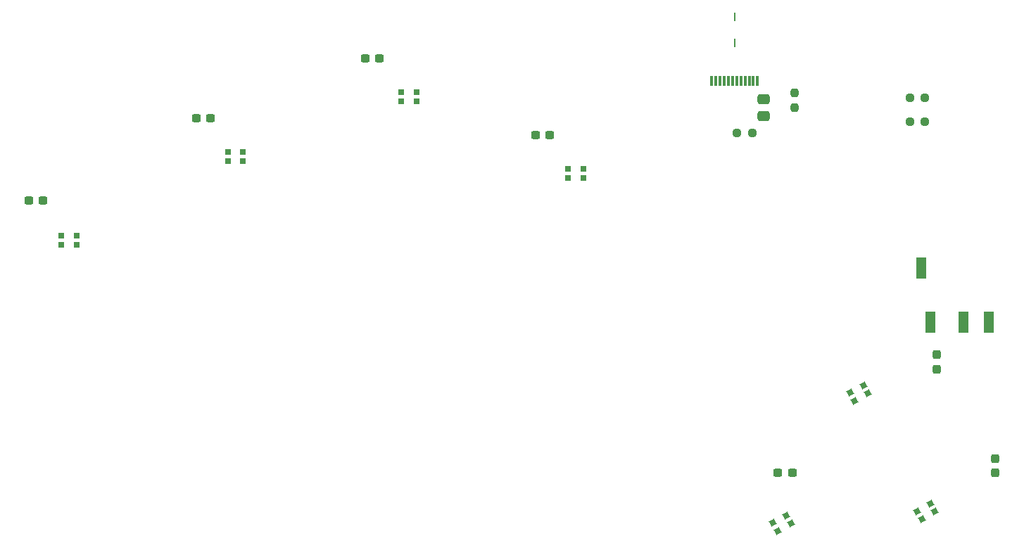
<source format=gbr>
%TF.GenerationSoftware,KiCad,Pcbnew,6.0.4*%
%TF.CreationDate,2022-04-08T16:19:54+02:00*%
%TF.ProjectId,keychordz,6b657963-686f-4726-947a-2e6b69636164,rev?*%
%TF.SameCoordinates,Original*%
%TF.FileFunction,Paste,Top*%
%TF.FilePolarity,Positive*%
%FSLAX46Y46*%
G04 Gerber Fmt 4.6, Leading zero omitted, Abs format (unit mm)*
G04 Created by KiCad (PCBNEW 6.0.4) date 2022-04-08 16:19:54*
%MOMM*%
%LPD*%
G01*
G04 APERTURE LIST*
G04 Aperture macros list*
%AMRoundRect*
0 Rectangle with rounded corners*
0 $1 Rounding radius*
0 $2 $3 $4 $5 $6 $7 $8 $9 X,Y pos of 4 corners*
0 Add a 4 corners polygon primitive as box body*
4,1,4,$2,$3,$4,$5,$6,$7,$8,$9,$2,$3,0*
0 Add four circle primitives for the rounded corners*
1,1,$1+$1,$2,$3*
1,1,$1+$1,$4,$5*
1,1,$1+$1,$6,$7*
1,1,$1+$1,$8,$9*
0 Add four rect primitives between the rounded corners*
20,1,$1+$1,$2,$3,$4,$5,0*
20,1,$1+$1,$4,$5,$6,$7,0*
20,1,$1+$1,$6,$7,$8,$9,0*
20,1,$1+$1,$8,$9,$2,$3,0*%
%AMRotRect*
0 Rectangle, with rotation*
0 The origin of the aperture is its center*
0 $1 length*
0 $2 width*
0 $3 Rotation angle, in degrees counterclockwise*
0 Add horizontal line*
21,1,$1,$2,0,0,$3*%
G04 Aperture macros list end*
%ADD10RoundRect,0.237500X-0.250000X-0.237500X0.250000X-0.237500X0.250000X0.237500X-0.250000X0.237500X0*%
%ADD11RoundRect,0.237500X0.250000X0.237500X-0.250000X0.237500X-0.250000X-0.237500X0.250000X-0.237500X0*%
%ADD12R,1.200000X2.500000*%
%ADD13R,0.700000X0.700000*%
%ADD14RotRect,0.700000X0.700000X30.000000*%
%ADD15RoundRect,0.237500X-0.237500X0.250000X-0.237500X-0.250000X0.237500X-0.250000X0.237500X0.250000X0*%
%ADD16RoundRect,0.237500X-0.300000X-0.237500X0.300000X-0.237500X0.300000X0.237500X-0.300000X0.237500X0*%
%ADD17RoundRect,0.250000X-0.475000X0.337500X-0.475000X-0.337500X0.475000X-0.337500X0.475000X0.337500X0*%
%ADD18RoundRect,0.237500X0.237500X-0.300000X0.237500X0.300000X-0.237500X0.300000X-0.237500X-0.300000X0*%
%ADD19R,0.200000X1.000000*%
%ADD20R,0.300000X1.200000*%
%ADD21RoundRect,0.237500X-0.237500X0.300000X-0.237500X-0.300000X0.237500X-0.300000X0.237500X0.300000X0*%
G04 APERTURE END LIST*
D10*
%TO.C,R2*%
X123035700Y-49987200D03*
X121210700Y-49987200D03*
%TD*%
D11*
%TO.C,R1*%
X123035700Y-47142400D03*
X121210700Y-47142400D03*
%TD*%
D12*
%TO.C,J2*%
X123683000Y-74116000D03*
X122583000Y-67616000D03*
X130683000Y-74116000D03*
X127683000Y-74116000D03*
%TD*%
D10*
%TO.C,R3*%
X100392500Y-51337000D03*
X102217500Y-51337000D03*
%TD*%
D13*
%TO.C,D8*%
X60003000Y-47525000D03*
X61833000Y-47525000D03*
X61833000Y-46425000D03*
X60003000Y-46425000D03*
%TD*%
D14*
%TO.C,D4*%
X122622587Y-97815814D03*
X124207413Y-96900814D03*
X123657413Y-95948186D03*
X122072587Y-96863186D03*
%TD*%
D15*
%TO.C,R4*%
X107291000Y-46494500D03*
X107291000Y-48319500D03*
%TD*%
D14*
%TO.C,D5*%
X105282587Y-99233814D03*
X106867413Y-98318814D03*
X106317413Y-97366186D03*
X104732587Y-98281186D03*
%TD*%
D16*
%TO.C,C29*%
X35369500Y-49546000D03*
X37094500Y-49546000D03*
%TD*%
%TO.C,C30*%
X15213500Y-59452000D03*
X16938500Y-59452000D03*
%TD*%
D17*
%TO.C,C22*%
X103591000Y-47251500D03*
X103591000Y-49326500D03*
%TD*%
D16*
%TO.C,C28*%
X55663000Y-42361000D03*
X57388000Y-42361000D03*
%TD*%
%TO.C,C27*%
X76173500Y-51562000D03*
X77898500Y-51562000D03*
%TD*%
D14*
%TO.C,D6*%
X114562587Y-83577314D03*
X116147413Y-82662314D03*
X115597413Y-81709686D03*
X114012587Y-82624686D03*
%TD*%
D18*
%TO.C,C4*%
X131500000Y-92262500D03*
X131500000Y-90537500D03*
%TD*%
D19*
%TO.C,J1*%
X100127000Y-37417000D03*
X100127000Y-40517000D03*
D20*
X97377000Y-45097000D03*
X97877000Y-45097000D03*
X98377000Y-45097000D03*
X98877000Y-45097000D03*
X99377000Y-45097000D03*
X99877000Y-45097000D03*
X100377000Y-45097000D03*
X100877000Y-45097000D03*
X101377000Y-45097000D03*
X101877000Y-45097000D03*
X102377000Y-45097000D03*
X102877000Y-45097000D03*
%TD*%
D13*
%TO.C,D10*%
X19125000Y-64791500D03*
X20955000Y-64791500D03*
X20955000Y-63691500D03*
X19125000Y-63691500D03*
%TD*%
D21*
%TO.C,C26*%
X124400000Y-78037500D03*
X124400000Y-79762500D03*
%TD*%
D16*
%TO.C,C25*%
X105337500Y-92200000D03*
X107062500Y-92200000D03*
%TD*%
D13*
%TO.C,D7*%
X80085000Y-56774500D03*
X81915000Y-56774500D03*
X81915000Y-55674500D03*
X80085000Y-55674500D03*
%TD*%
%TO.C,D9*%
X39154000Y-54758500D03*
X40984000Y-54758500D03*
X40984000Y-53658500D03*
X39154000Y-53658500D03*
%TD*%
M02*

</source>
